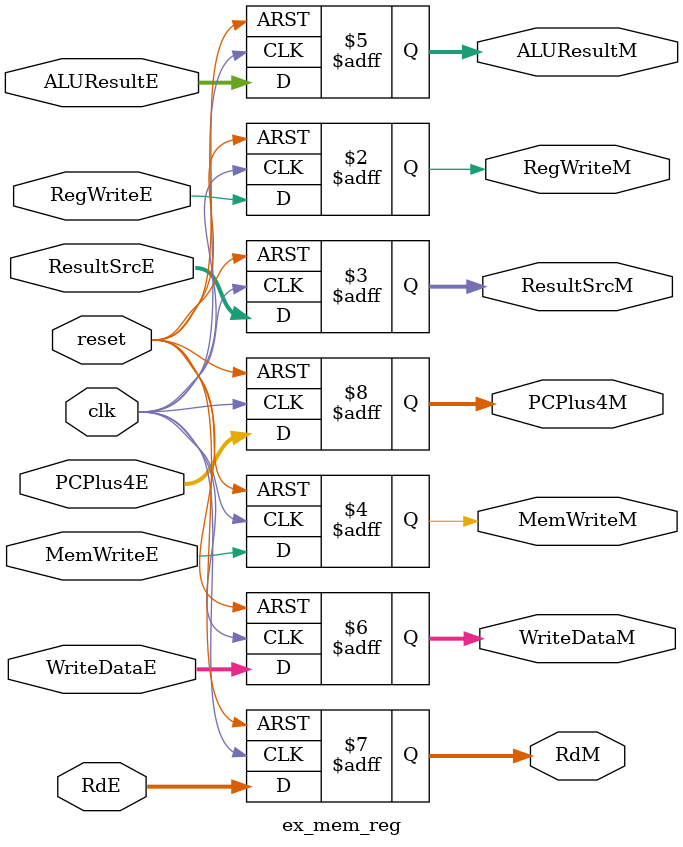
<source format=v>
module ex_mem_reg (
    input         clk,
    input         reset,
    input         RegWriteE,
    input  [1:0]  ResultSrcE,
    input         MemWriteE,
    input  [31:0] ALUResultE,
    input  [31:0] WriteDataE,
    input  [4:0]  RdE,
    input  [31:0] PCPlus4E,
    output reg    RegWriteM,
    output reg [1:0] ResultSrcM,
    output reg    MemWriteM,
    output reg [31:0] ALUResultM,
    output reg [31:0] WriteDataM,
    output reg [4:0]  RdM,
    output reg [31:0] PCPlus4M
);
    always @(posedge clk or posedge reset) begin
        if (reset) begin
            RegWriteM   <= 0;
            ResultSrcM  <= 0;
            MemWriteM   <= 0;
            ALUResultM  <= 0;
            WriteDataM  <= 0;
            RdM         <= 0;
            PCPlus4M    <= 0;
        end else begin
            RegWriteM   <= RegWriteE;
            ResultSrcM  <= ResultSrcE;
            MemWriteM   <= MemWriteE;
            ALUResultM  <= ALUResultE;
            WriteDataM  <= WriteDataE;
            RdM         <= RdE;
            PCPlus4M    <= PCPlus4E;
        end
    end
endmodule

</source>
